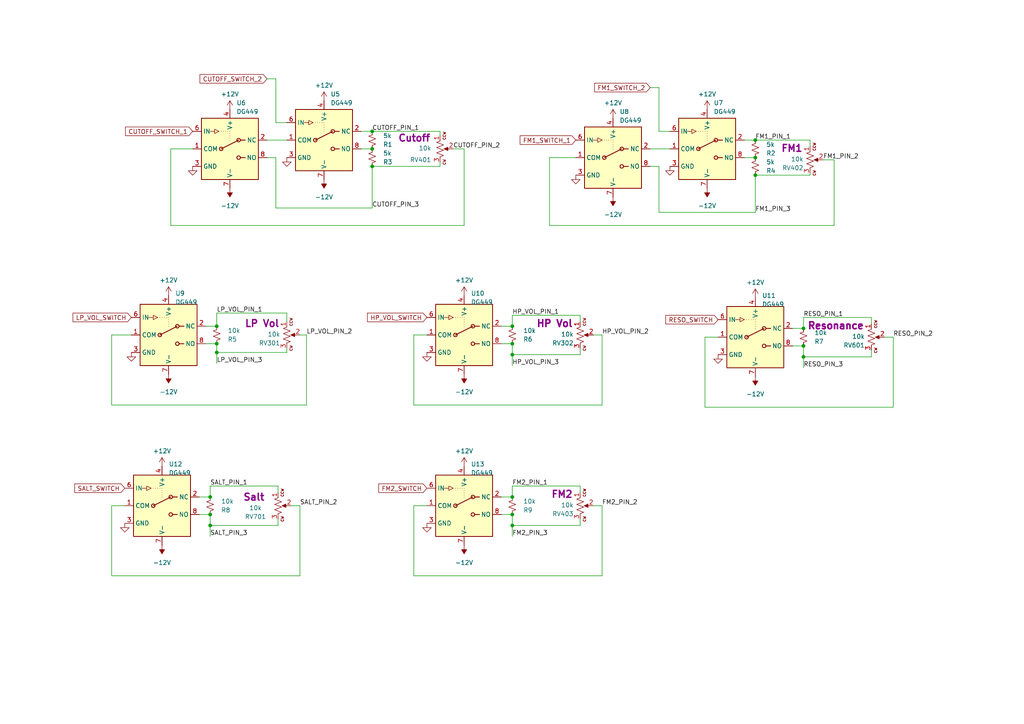
<source format=kicad_sch>
(kicad_sch (version 20250114) (generator "eeschema") (generator_version "9.0")
  (paper "A4")
  (lib_symbols
    (symbol "Device:R_Small_US" (pin_numbers (hide yes)) (pin_names (offset 0.254) (hide yes))
      (property "Reference" "R" (at 0.762 0.508 0))
      (property "Value" "R_Small_US" (at 0.762 -1.016 0))
      (symbol "R_Small_US_1_1"
        (polyline (pts (xy 0 1.524) (xy 1.016 1.143) (xy 0 0.762) (xy -1.016 0.381) (xy 0 0)))
        (polyline (pts (xy 0 0) (xy 1.016 -0.381) (xy 0 -0.762) (xy -1.016 -1.143) (xy 0 -1.524)))
        (pin passive line (at 0 2.54 270) (length 1.016) (name "~") (number "1"))
        (pin passive line (at 0 -2.54 90) (length 1.016) (name "~") (number "2"))
      )
    )
    (symbol "power:+12V" (power) (pin_names (offset 0))
      (property "Value" "+12V" (at 0 3.556 0))
      (symbol "+12V_0_1"
        (polyline (pts (xy -0.762 1.27) (xy 0 2.54)))
        (polyline (pts (xy 0 2.54) (xy 0.762 1.27)))
        (polyline (pts (xy 0 0) (xy 0 2.54)))
      )
      (symbol "+12V_1_1"
        (pin power_in line (at 0 0 90) (length 0) (hide yes) (name "+12V") (number "1"))
      )
    )
    (symbol "power:-12V" (power) (pin_names (offset 0))
      (property "Value" "-12V" (at 0 3.81 0))
      (symbol "-12V_0_0"
        (pin power_in line (at 0 0 90) (length 0) (hide yes) (name "-12V") (number "1"))
      )
      (symbol "-12V_0_1"
        (polyline (pts (xy 0 0) (xy 0 1.27) (xy 0.762 1.27) (xy 0 2.54) (xy -0.762 1.27) (xy 0 1.27)) (fill (type outline)))
      )
    )
    (symbol "power:GND" (power) (pin_names (offset 0))
      (property "Value" "GND" (at 0 -3.81 0))
      (symbol "GND_0_1"
        (polyline (pts (xy 0 0) (xy 0 -1.27) (xy 1.27 -1.27) (xy 0 -2.54) (xy -1.27 -1.27) (xy 0 -1.27)))
      )
      (symbol "GND_1_1"
        (pin power_in line (at 0 0 270) (length 0) (hide yes) (name "GND") (number "1"))
      )
    )
    (symbol "winterbloom:DG449"
      (property "Reference" "U" (at 1.905 12.065 0))
      (property "Value" "DG449" (at 1.905 10.16 0))
      (symbol "DG449_0_0"
        (pin input line (at -10.795 5.08 0) (length 2.54) (name "IN") (number "6"))
        (pin passive line (at -10.795 0 0) (length 2.54) (name "COM") (number "1"))
        (pin power_in line (at -10.795 -5.08 0) (length 2.54) (name "GND") (number "3"))
        (pin power_in line (at 0 11.43 270) (length 2.54) (name "V+") (number "4"))
        (pin power_in line (at 0 -11.43 90) (length 2.54) (name "V-") (number "7"))
        (pin passive line (at 10.795 2.54 180) (length 2.54) (name "NC") (number "2"))
        (pin input line (at 10.795 -2.54 180) (length 2.54) (name "NO") (number "8"))
      )
      (symbol "DG449_0_1"
        (circle (center -2.54 0) (radius 0.508) (stroke (width 0.254)))
        (polyline (pts (xy -2.54 0) (xy 2.54 2.54)) (stroke (width 0.254)))
        (circle (center 2.54 2.54) (radius 0.508) (stroke (width 0.254)))
        (circle (center 2.54 -2.54) (radius 0.508) (stroke (width 0.254)))
        (polyline (pts (xy 3.048 2.54) (xy 4.445 2.54)) (stroke (width 0.254)))
        (polyline (pts (xy 3.048 -2.54) (xy 4.445 -2.54)) (stroke (width 0.254)))
      )
      (symbol "DG449_1_0"
        (pin no_connect line (at 0.635 0 0) (length 2.54) (hide yes) (name "") (number "5"))
      )
      (symbol "DG449_1_1"
        (rectangle (start -8.255 8.89) (end 8.255 -8.89) (stroke (width 0.254)) (fill (type background)))
        (polyline (pts (xy -4.445 5.08) (xy -5.715 5.08)))
        (polyline (pts (xy -4.445 4.445) (xy -4.445 5.715) (xy -3.175 5.08) (xy -4.445 4.445)))
        (polyline (pts (xy -3.175 5.08) (xy 0 5.08) (xy 0 1.905)) (stroke (width 0) (type dot)))
      )
    )
    (symbol "winterbloom:Eurorack_Pot" (pin_names (offset 1.016) (hide yes))
      (property "Reference" "RV" (at 0 4.445 0))
      (property "Value" "Eurorack_Pot" (at 0 2.54 0))
      (symbol "Eurorack_Pot_0_0"
        (text "CCW" (at -3.81 -1.27 0) (effects (font (size 0.762 0.762))))
        (text "CW" (at 3.81 -1.27 0) (effects (font (size 0.762 0.762))))
      )
      (symbol "Eurorack_Pot_0_1"
        (polyline (pts (xy -2.286 0) (xy -2.54 0)))
        (polyline (pts (xy -0.762 0) (xy -1.143 -1.016) (xy -1.524 0) (xy -1.905 1.016) (xy -2.286 0)))
        (polyline (pts (xy 0 -1.143) (xy 0.508 -2.286) (xy -0.508 -2.286) (xy 0 -1.143)) (fill (type outline)))
        (polyline (pts (xy 0 -2.54) (xy 0 -1.524)))
        (polyline (pts (xy 0.762 0) (xy 0.381 -1.016) (xy 0 0) (xy -0.381 1.016) (xy -0.762 0)))
        (polyline (pts (xy 2.286 0) (xy 1.905 -1.016) (xy 1.524 0) (xy 1.143 1.016) (xy 0.762 0)))
        (polyline (pts (xy 2.54 0) (xy 2.286 0)))
      )
      (symbol "Eurorack_Pot_1_1"
        (pin passive line (at -3.81 0 0) (length 1.27) (name "1") (number "1"))
        (pin passive line (at 0 -3.81 90) (length 1.27) (name "2") (number "2"))
        (pin passive line (at 3.81 0 180) (length 1.27) (name "3") (number "3"))
      )
    )
  )
  (junction (at 148.59 94.615))
  (junction (at 60.96 152.4))
  (junction (at 107.95 38.1))
  (junction (at 219.075 40.64))
  (junction (at 107.95 43.18))
  (junction (at 219.075 45.72))
  (junction (at 148.59 152.4))
  (junction (at 60.96 144.145))
  (junction (at 148.59 99.695))
  (junction (at 107.95 48.26))
  (junction (at 148.59 149.225))
  (junction (at 62.865 94.615))
  (junction (at 60.96 149.225))
  (junction (at 219.075 50.8))
  (junction (at 148.59 144.145))
  (junction (at 233.045 95.25))
  (junction (at 62.865 99.695))
  (junction (at 62.865 102.235))
  (junction (at 233.045 100.33))
  (junction (at 233.045 103.505))
  (junction (at 148.59 102.87))
  (wire (pts (xy 148.59 152.4) (xy 148.59 155.575)))
  (wire (pts (xy 62.865 102.235) (xy 62.865 105.41)))
  (wire (pts (xy 256.54 97.79) (xy 259.08 97.79)))
  (wire (pts (xy 168.275 140.97) (xy 148.59 140.97)))
  (wire (pts (xy 188.595 25.4) (xy 191.135 25.4)))
  (wire (pts (xy 86.995 167.005) (xy 32.385 167.005)))
  (wire (pts (xy 167.005 45.72) (xy 159.385 45.72)))
  (wire (pts (xy 204.47 97.79) (xy 208.28 97.79)))
  (wire (pts (xy 120.015 97.155) (xy 123.825 97.155)))
  (wire (pts (xy 241.935 65.405) (xy 241.935 46.355)))
  (wire (pts (xy 148.59 149.225) (xy 148.59 152.4)))
  (wire (pts (xy 59.69 94.615) (xy 62.865 94.615)))
  (wire (pts (xy 159.385 45.72) (xy 159.385 65.405)))
  (wire (pts (xy 57.785 144.145) (xy 60.96 144.145)))
  (wire (pts (xy 104.775 38.1) (xy 107.95 38.1)))
  (wire (pts (xy 219.075 61.595) (xy 191.135 61.595)))
  (wire (pts (xy 204.47 118.11) (xy 204.47 97.79)))
  (wire (pts (xy 252.73 92.075) (xy 233.045 92.075)))
  (wire (pts (xy 80.01 60.325) (xy 80.01 45.72)))
  (wire (pts (xy 233.045 103.505) (xy 252.73 103.505)))
  (wire (pts (xy 168.275 152.4) (xy 168.275 150.495)))
  (wire (pts (xy 107.95 38.1) (xy 127.635 38.1)))
  (wire (pts (xy 219.075 40.64) (xy 234.95 40.64)))
  (wire (pts (xy 120.015 167.005) (xy 120.015 146.685)))
  (wire (pts (xy 107.95 48.26) (xy 107.95 60.325)))
  (wire (pts (xy 49.53 65.405) (xy 134.62 65.405)))
  (wire (pts (xy 32.385 167.005) (xy 32.385 146.685)))
  (wire (pts (xy 215.9 40.64) (xy 219.075 40.64)))
  (wire (pts (xy 233.045 103.505) (xy 233.045 106.68)))
  (wire (pts (xy 134.62 43.18) (xy 131.445 43.18)))
  (wire (pts (xy 174.625 117.475) (xy 120.015 117.475)))
  (wire (pts (xy 83.185 102.235) (xy 83.185 100.965)))
  (wire (pts (xy 145.415 144.145) (xy 148.59 144.145)))
  (wire (pts (xy 83.185 90.805) (xy 62.865 90.805)))
  (wire (pts (xy 80.01 45.72) (xy 77.47 45.72)))
  (wire (pts (xy 88.9 117.475) (xy 32.385 117.475)))
  (wire (pts (xy 107.95 48.26) (xy 127.635 48.26)))
  (wire (pts (xy 233.045 92.075) (xy 233.045 95.25)))
  (wire (pts (xy 107.95 60.325) (xy 80.01 60.325)))
  (wire (pts (xy 168.275 93.345) (xy 168.275 91.44)))
  (wire (pts (xy 172.085 97.155) (xy 174.625 97.155)))
  (wire (pts (xy 80.645 142.875) (xy 80.645 140.97)))
  (wire (pts (xy 233.045 100.33) (xy 233.045 103.505)))
  (wire (pts (xy 229.87 95.25) (xy 233.045 95.25)))
  (wire (pts (xy 174.625 97.155) (xy 174.625 117.475)))
  (wire (pts (xy 80.645 152.4) (xy 80.645 150.495)))
  (wire (pts (xy 59.69 99.695) (xy 62.865 99.695)))
  (wire (pts (xy 77.47 40.64) (xy 83.185 40.64)))
  (wire (pts (xy 174.625 146.685) (xy 174.625 167.005)))
  (wire (pts (xy 88.9 97.155) (xy 88.9 117.475)))
  (wire (pts (xy 60.96 140.97) (xy 60.96 144.145)))
  (wire (pts (xy 234.95 40.64) (xy 234.95 42.545)))
  (wire (pts (xy 172.085 146.685) (xy 174.625 146.685)))
  (wire (pts (xy 148.59 140.97) (xy 148.59 144.145)))
  (wire (pts (xy 191.135 48.26) (xy 188.595 48.26)))
  (wire (pts (xy 86.995 146.685) (xy 86.995 167.005)))
  (wire (pts (xy 229.87 100.33) (xy 233.045 100.33)))
  (wire (pts (xy 252.73 93.98) (xy 252.73 92.075)))
  (wire (pts (xy 57.785 149.225) (xy 60.96 149.225)))
  (wire (pts (xy 259.08 118.11) (xy 204.47 118.11)))
  (wire (pts (xy 145.415 94.615) (xy 148.59 94.615)))
  (wire (pts (xy 174.625 167.005) (xy 120.015 167.005)))
  (wire (pts (xy 83.185 93.345) (xy 83.185 90.805)))
  (wire (pts (xy 60.96 152.4) (xy 80.645 152.4)))
  (wire (pts (xy 62.865 102.235) (xy 83.185 102.235)))
  (wire (pts (xy 120.015 146.685) (xy 123.825 146.685)))
  (wire (pts (xy 120.015 117.475) (xy 120.015 97.155)))
  (wire (pts (xy 148.59 152.4) (xy 168.275 152.4)))
  (wire (pts (xy 259.08 97.79) (xy 259.08 118.11)))
  (wire (pts (xy 32.385 97.155) (xy 38.1 97.155)))
  (wire (pts (xy 148.59 102.87) (xy 168.275 102.87)))
  (wire (pts (xy 60.96 152.4) (xy 60.96 155.575)))
  (wire (pts (xy 219.075 50.8) (xy 234.95 50.8)))
  (wire (pts (xy 104.775 43.18) (xy 107.95 43.18)))
  (wire (pts (xy 145.415 149.225) (xy 148.59 149.225)))
  (wire (pts (xy 32.385 117.475) (xy 32.385 97.155)))
  (wire (pts (xy 215.9 45.72) (xy 219.075 45.72)))
  (wire (pts (xy 80.01 22.86) (xy 80.01 35.56)))
  (wire (pts (xy 168.275 91.44) (xy 148.59 91.44)))
  (wire (pts (xy 188.595 43.18) (xy 194.31 43.18)))
  (wire (pts (xy 148.59 91.44) (xy 148.59 94.615)))
  (wire (pts (xy 86.995 97.155) (xy 88.9 97.155)))
  (wire (pts (xy 60.96 149.225) (xy 60.96 152.4)))
  (wire (pts (xy 80.01 35.56) (xy 83.185 35.56)))
  (wire (pts (xy 62.865 99.695) (xy 62.865 102.235)))
  (wire (pts (xy 148.59 99.695) (xy 148.59 102.87)))
  (wire (pts (xy 168.275 142.875) (xy 168.275 140.97)))
  (wire (pts (xy 127.635 38.1) (xy 127.635 39.37)))
  (wire (pts (xy 241.935 46.355) (xy 238.76 46.355)))
  (wire (pts (xy 159.385 65.405) (xy 241.935 65.405)))
  (wire (pts (xy 134.62 65.405) (xy 134.62 43.18)))
  (wire (pts (xy 219.075 50.8) (xy 219.075 61.595)))
  (wire (pts (xy 84.455 146.685) (xy 86.995 146.685)))
  (wire (pts (xy 55.88 43.18) (xy 49.53 43.18)))
  (wire (pts (xy 80.645 140.97) (xy 60.96 140.97)))
  (wire (pts (xy 77.47 22.86) (xy 80.01 22.86)))
  (wire (pts (xy 168.275 102.87) (xy 168.275 100.965)))
  (wire (pts (xy 191.135 38.1) (xy 194.31 38.1)))
  (wire (pts (xy 191.135 61.595) (xy 191.135 48.26)))
  (wire (pts (xy 49.53 43.18) (xy 49.53 65.405)))
  (wire (pts (xy 148.59 102.87) (xy 148.59 106.045)))
  (wire (pts (xy 191.135 25.4) (xy 191.135 38.1)))
  (wire (pts (xy 32.385 146.685) (xy 36.195 146.685)))
  (wire (pts (xy 145.415 99.695) (xy 148.59 99.695)))
  (wire (pts (xy 234.95 50.165) (xy 234.95 50.8)))
  (wire (pts (xy 62.865 90.805) (xy 62.865 94.615)))
  (wire (pts (xy 252.73 103.505) (xy 252.73 101.6)))
  (wire (pts (xy 127.635 46.99) (xy 127.635 48.26)))
  (label "FM2_PIN_3" (at 148.59 155.575 0))
  (label "HP_VOL_PIN_2" (at 174.625 97.155 0))
  (label "FM2_PIN_1" (at 148.59 140.97 0))
  (label "HP_VOL_PIN_3" (at 148.59 106.045 0))
  (label "CUTOFF_PIN_3" (at 107.95 60.325 0))
  (label "RESO_PIN_2" (at 259.08 97.79 0))
  (label "SALT_PIN_3" (at 60.96 155.575 0))
  (label "FM1_PIN_3" (at 219.075 61.595 0))
  (label "SALT_PIN_2" (at 86.995 146.685 0))
  (label "FM1_PIN_1" (at 219.075 40.64 0))
  (label "HP_VOL_PIN_1" (at 148.59 91.44 0))
  (label "RESO_PIN_3" (at 233.045 106.68 0))
  (label "LP_VOL_PIN_2" (at 88.9 97.155 0))
  (label "RESO_PIN_1" (at 233.045 92.075 0))
  (label "CUTOFF_PIN_1" (at 107.95 38.1 0))
  (label "FM1_PIN_2" (at 238.76 46.355 0))
  (label "CUTOFF_PIN_2" (at 131.445 43.18 0))
  (label "LP_VOL_PIN_3" (at 62.865 105.41 0))
  (label "LP_VOL_PIN_1" (at 62.865 90.805 0))
  (label "SALT_PIN_1" (at 60.96 140.97 0))
  (label "FM2_PIN_2" (at 174.625 146.685 0))
  (global_label "HP_VOL_SWITCH" (shape input) (at 123.825 92.075 180) (property "Intersheetrefs" "${INTERSHEET_REFS}" (effects (hide yes))))
  (global_label "CUTOFF_SWITCH_1" (shape input) (at 55.88 38.1 180) (property "Intersheetrefs" "${INTERSHEET_REFS}" (effects (hide yes))))
  (global_label "CUTOFF_SWITCH_2" (shape input) (at 77.47 22.86 180) (property "Intersheetrefs" "${INTERSHEET_REFS}" (effects (hide yes))))
  (global_label "FM1_SWITCH_1" (shape input) (at 167.005 40.64 180) (property "Intersheetrefs" "${INTERSHEET_REFS}" (effects (hide yes))))
  (global_label "FM2_SWITCH" (shape input) (at 123.825 141.605 180) (property "Intersheetrefs" "${INTERSHEET_REFS}" (effects (hide yes))))
  (global_label "RESO_SWITCH" (shape input) (at 208.28 92.71 180) (property "Intersheetrefs" "${INTERSHEET_REFS}" (effects (hide yes))))
  (global_label "FM1_SWITCH_2" (shape input) (at 188.595 25.4 180) (property "Intersheetrefs" "${INTERSHEET_REFS}" (effects (hide yes))))
  (global_label "LP_VOL_SWITCH" (shape input) (at 38.1 92.075 180) (property "Intersheetrefs" "${INTERSHEET_REFS}" (effects (hide yes))))
  (global_label "SALT_SWITCH" (shape input) (at 36.195 141.605 180) (property "Intersheetrefs" "${INTERSHEET_REFS}" (effects (hide yes))))
  (symbol (lib_id "power:-12V") (at 134.62 158.115 180) (unit 1)
    (property "Reference" "#PWR0233" (effects (hide yes)))
    (property "Value" "-12V" (at 134.62 163.195 0))
    (instances (project "hubble-lens" (path "" (reference "#PWR0233") (unit 1))) (project "helium-testkit" (path "" (reference "#PWR0162") (unit 1))))
  )
  (symbol (lib_id "power:+12V") (at 177.8 34.29 0) (unit 1)
    (property "Reference" "#PWR0204" (effects (hide yes)))
    (property "Value" "+12V" (at 177.8 29.845 0))
    (instances (project "hubble-lens" (path "" (reference "#PWR0204") (unit 1))) (project "helium-testkit" (path "" (reference "#PWR0161") (unit 1))))
  )
  (symbol (lib_id "power:GND") (at 55.88 48.26 0) (unit 1)
    (property "Reference" "#PWR0206" (effects (hide yes)))
    (property "Value" "GND" (effects (hide yes)))
    (instances (project "hubble-lens" (path "" (reference "#PWR0206") (unit 1))) (project "helium-testkit" (path "" (reference "#PWR0163") (unit 1))))
  )
  (symbol (lib_id "power:GND") (at 123.825 151.765 0) (unit 1)
    (property "Reference" "#PWR0232" (effects (hide yes)))
    (property "Value" "GND" (effects (hide yes)))
    (instances (project "hubble-lens" (path "" (reference "#PWR0232") (unit 1))) (project "helium-testkit" (path "" (reference "#PWR0163") (unit 1))))
  )
  (symbol (lib_id "winterbloom:DG449") (at 46.99 146.685 0) (unit 1)
    (property "Reference" "U12" (at 48.9459 134.62 0) (effects (justify left)))
    (property "Value" "DG449" (at 48.9459 137.16 0) (effects (justify left)))
    (property "Footprint" "winterbloom:Vishay_SOT-23_8" (effects (hide yes)))
    (property "Datasheet" "https://www.vishay.com/docs/73897/dg449.pdf" (effects (hide yes)))
  )
  (symbol (lib_id "winterbloom:DG449") (at 134.62 97.155 0) (unit 1)
    (property "Reference" "U10" (at 136.5759 85.09 0) (effects (justify left)))
    (property "Value" "DG449" (at 136.5759 87.63 0) (effects (justify left)))
    (property "Footprint" "winterbloom:Vishay_SOT-23_8" (effects (hide yes)))
    (property "Datasheet" "https://www.vishay.com/docs/73897/dg449.pdf" (effects (hide yes)))
  )
  (symbol (lib_id "power:GND") (at 194.31 48.26 0) (unit 1)
    (property "Reference" "#PWR0207" (effects (hide yes)))
    (property "Value" "GND" (effects (hide yes)))
    (instances (project "hubble-lens" (path "" (reference "#PWR0207") (unit 1))) (project "helium-testkit" (path "" (reference "#PWR0163") (unit 1))))
  )
  (symbol (lib_id "power:GND") (at 38.1 102.235 0) (unit 1)
    (property "Reference" "#PWR0215" (effects (hide yes)))
    (property "Value" "GND" (effects (hide yes)))
    (instances (project "hubble-lens" (path "" (reference "#PWR0215") (unit 1))) (project "helium-testkit" (path "" (reference "#PWR0163") (unit 1))))
  )
  (symbol (lib_id "power:+12V") (at 134.62 135.255 0) (unit 1)
    (property "Reference" "#PWR0231" (effects (hide yes)))
    (property "Value" "+12V" (at 134.62 130.81 0))
    (instances (project "hubble-lens" (path "" (reference "#PWR0231") (unit 1))) (project "helium-testkit" (path "" (reference "#PWR0161") (unit 1))))
  )
  (symbol (lib_id "Device:R_Small_US") (at 219.075 43.18 0) (mirror x) (unit 1)
    (property "Reference" "R2" (at 222.25 44.45 0) (effects (justify left)))
    (property "Value" "5k" (at 222.25 41.91 0) (effects (justify left)))
    (property "Footprint" "winterbloom:R_0603_HandSolder" (effects (hide yes)))
  )
  (symbol (lib_id "winterbloom:DG449") (at 93.98 40.64 0) (unit 1)
    (property "Reference" "U5" (at 95.885 27.305 0) (effects (justify left)))
    (property "Value" "DG449" (at 95.885 29.845 0) (effects (justify left)))
    (property "Footprint" "winterbloom:Vishay_SOT-23_8" (effects (hide yes)))
    (property "Datasheet" "https://www.vishay.com/docs/73897/dg449.pdf" (effects (hide yes)))
  )
  (symbol (lib_id "power:-12V") (at 93.98 52.07 180) (unit 1)
    (property "Reference" "#PWR0209" (effects (hide yes)))
    (property "Value" "-12V" (at 93.98 57.15 0))
    (instances (project "hubble-lens" (path "" (reference "#PWR0209") (unit 1))) (project "helium-testkit" (path "" (reference "#PWR0162") (unit 1))))
  )
  (symbol (lib_id "winterbloom:Eurorack_Pot") (at 168.275 146.685 90) (mirror x) (unit 1)
    (property "Reference" "RV403" (at 166.37 149.0346 90) (effects (justify left)))
    (property "Value" "10k" (at 166.37 146.4946 90) (effects (justify left)))
    (property "Footprint" "winterbloom:Potentiometer_Alpha_R0904N" (effects (hide yes)))
    (property "Datasheet" "https://www.thonk.co.uk/wp-content/uploads/Documents/alpha/9mm/Alpha%209mm%20Vertical%20-%20Linear%20Taper%20B1K-B500K.pdf" (effects (hide yes)))
    (property "MPN" "https://www.thonk.co.uk/shop/alpha-9mm-pots/" (effects (hide yes)))
    (property "Notes" "6.35 mm round shaft, 15 mm height" (effects (hide yes)))
    (property "Rating" "B10k" (effects (hide yes)))
    (property "Name" "FM2" (at 166.37 143.3196 90) (effects (font (size 2 2) (bold yes)) (justify left)))
    (instances (project "hubble-lens" (path "" (reference "RV403") (unit 1))) (project "mainboard" (path "" (reference "RV?") (unit 1))) (project "mainboard" (path "" (reference "RV?") (unit 1)) (path "" (reference "RV403") (unit 1)) (path "" (reference "RV?") (unit 1))))
  )
  (symbol (lib_id "power:-12V") (at 177.8 57.15 180) (unit 1)
    (property "Reference" "#PWR0212" (effects (hide yes)))
    (property "Value" "-12V" (at 177.8 62.23 0))
    (instances (project "hubble-lens" (path "" (reference "#PWR0212") (unit 1))) (project "helium-testkit" (path "" (reference "#PWR0162") (unit 1))))
  )
  (symbol (lib_id "power:+12V") (at 205.105 31.75 0) (unit 1)
    (property "Reference" "#PWR0203" (effects (hide yes)))
    (property "Value" "+12V" (at 205.105 27.305 0))
    (instances (project "hubble-lens" (path "" (reference "#PWR0203") (unit 1))) (project "helium-testkit" (path "" (reference "#PWR0161") (unit 1))))
  )
  (symbol (lib_id "power:-12V") (at 219.075 109.22 180) (unit 1)
    (property "Reference" "#PWR0230" (effects (hide yes)))
    (property "Value" "-12V" (at 219.075 114.3 0))
    (instances (project "hubble-lens" (path "" (reference "#PWR0230") (unit 1))) (project "helium-testkit" (path "" (reference "#PWR0162") (unit 1))))
  )
  (symbol (lib_id "Device:R_Small_US") (at 233.045 97.79 0) (mirror x) (unit 1)
    (property "Reference" "R7" (at 236.22 99.06 0) (effects (justify left)))
    (property "Value" "10k" (at 236.22 96.52 0) (effects (justify left)))
    (property "Footprint" "winterbloom:R_0603_HandSolder" (effects (hide yes)))
  )
  (symbol (lib_id "winterbloom:DG449") (at 177.8 45.72 0) (unit 1)
    (property "Reference" "U8" (at 179.705 32.385 0) (effects (justify left)))
    (property "Value" "DG449" (at 179.705 34.925 0) (effects (justify left)))
    (property "Footprint" "winterbloom:Vishay_SOT-23_8" (effects (hide yes)))
    (property "Datasheet" "https://www.vishay.com/docs/73897/dg449.pdf" (effects (hide yes)))
  )
  (symbol (lib_id "power:-12V") (at 205.105 54.61 180) (unit 1)
    (property "Reference" "#PWR0211" (effects (hide yes)))
    (property "Value" "-12V" (at 205.105 59.69 0))
    (instances (project "hubble-lens" (path "" (reference "#PWR0211") (unit 1))) (project "helium-testkit" (path "" (reference "#PWR0162") (unit 1))))
  )
  (symbol (lib_id "Device:R_Small_US") (at 219.075 48.26 0) (mirror x) (unit 1)
    (property "Reference" "R4" (at 222.25 49.53 0) (effects (justify left)))
    (property "Value" "5k" (at 222.25 46.99 0) (effects (justify left)))
    (property "Footprint" "winterbloom:R_0603_HandSolder" (effects (hide yes)))
  )
  (symbol (lib_id "Device:R_Small_US") (at 148.59 146.685 0) (mirror x) (unit 1)
    (property "Reference" "R9" (at 151.765 147.955 0) (effects (justify left)))
    (property "Value" "10k" (at 151.765 145.415 0) (effects (justify left)))
    (property "Footprint" "winterbloom:R_0603_HandSolder" (effects (hide yes)))
  )
  (symbol (lib_id "power:+12V") (at 46.99 135.255 0) (unit 1)
    (property "Reference" "#PWR0219" (effects (hide yes)))
    (property "Value" "+12V" (at 46.99 130.81 0))
    (instances (project "hubble-lens" (path "" (reference "#PWR0219") (unit 1))) (project "helium-testkit" (path "" (reference "#PWR0161") (unit 1))))
  )
  (symbol (lib_id "power:-12V") (at 134.62 108.585 180) (unit 1)
    (property "Reference" "#PWR0218" (effects (hide yes)))
    (property "Value" "-12V" (at 134.62 113.665 0))
    (instances (project "hubble-lens" (path "" (reference "#PWR0218") (unit 1))) (project "helium-testkit" (path "" (reference "#PWR0162") (unit 1))))
  )
  (symbol (lib_id "power:GND") (at 83.185 45.72 0) (unit 1)
    (property "Reference" "#PWR0205" (effects (hide yes)))
    (property "Value" "GND" (effects (hide yes)))
    (instances (project "hubble-lens" (path "" (reference "#PWR0205") (unit 1))) (project "helium-testkit" (path "" (reference "#PWR0163") (unit 1))))
  )
  (symbol (lib_id "power:GND") (at 36.195 151.765 0) (unit 1)
    (property "Reference" "#PWR0222" (effects (hide yes)))
    (property "Value" "GND" (effects (hide yes)))
    (instances (project "hubble-lens" (path "" (reference "#PWR0222") (unit 1))) (project "helium-testkit" (path "" (reference "#PWR0163") (unit 1))))
  )
  (symbol (lib_id "power:-12V") (at 66.675 54.61 180) (unit 1)
    (property "Reference" "#PWR0210" (effects (hide yes)))
    (property "Value" "-12V" (at 66.675 59.69 0))
    (instances (project "hubble-lens" (path "" (reference "#PWR0210") (unit 1))) (project "helium-testkit" (path "" (reference "#PWR0162") (unit 1))))
  )
  (symbol (lib_id "power:GND") (at 208.28 102.87 0) (unit 1)
    (property "Reference" "#PWR0229" (effects (hide yes)))
    (property "Value" "GND" (effects (hide yes)))
    (instances (project "hubble-lens" (path "" (reference "#PWR0229") (unit 1))) (project "helium-testkit" (path "" (reference "#PWR0163") (unit 1))))
  )
  (symbol (lib_id "winterbloom:Eurorack_Pot") (at 127.635 43.18 90) (mirror x) (unit 1)
    (property "Reference" "RV401" (at 125.095 46.355 90) (effects (justify left)))
    (property "Value" "10k" (at 125.095 42.9895 90) (effects (justify left)))
    (property "Footprint" "winterbloom:Potentiometer_Alpha_R0904N" (effects (hide yes)))
    (property "Datasheet" "https://www.thonk.co.uk/wp-content/uploads/Documents/alpha/9mm/Alpha%209mm%20Vertical%20-%20Linear%20Taper%20B1K-B500K.pdf" (effects (hide yes)))
    (property "MPN" "https://www.thonk.co.uk/shop/alpha-9mm-pots/" (effects (hide yes)))
    (property "Notes" "6.35 mm round shaft, 15 mm height" (effects (hide yes)))
    (property "Rating" "B10k" (effects (hide yes)))
    (property "Name" "Cutoff" (at 125.095 40.005 90) (effects (font (size 2 2) (bold yes)) (justify left)))
    (instances (project "hubble-lens" (path "" (reference "RV401") (unit 1))) (project "mainboard" (path "" (reference "RV?") (unit 1))) (project "mainboard" (path "" (reference "RV?") (unit 1)) (path "" (reference "RV401") (unit 1)) (path "" (reference "RV?") (unit 1))))
  )
  (symbol (lib_id "Device:R_Small_US") (at 62.865 97.155 0) (mirror x) (unit 1)
    (property "Reference" "R5" (at 66.04 98.425 0) (effects (justify left)))
    (property "Value" "10k" (at 66.04 95.885 0) (effects (justify left)))
    (property "Footprint" "winterbloom:R_0603_HandSolder" (effects (hide yes)))
  )
  (symbol (lib_id "winterbloom:DG449") (at 66.675 43.18 0) (unit 1)
    (property "Reference" "U6" (at 68.58 29.845 0) (effects (justify left)))
    (property "Value" "DG449" (at 68.58 32.385 0) (effects (justify left)))
    (property "Footprint" "winterbloom:Vishay_SOT-23_8" (effects (hide yes)))
    (property "Datasheet" "https://www.vishay.com/docs/73897/dg449.pdf" (effects (hide yes)))
  )
  (symbol (lib_id "power:+12V") (at 48.895 85.725 0) (unit 1)
    (property "Reference" "#PWR0213" (effects (hide yes)))
    (property "Value" "+12V" (at 48.895 81.28 0))
    (instances (project "hubble-lens" (path "" (reference "#PWR0213") (unit 1))) (project "helium-testkit" (path "" (reference "#PWR0161") (unit 1))))
  )
  (symbol (lib_id "winterbloom:DG449") (at 134.62 146.685 0) (unit 1)
    (property "Reference" "U13" (at 136.5759 134.62 0) (effects (justify left)))
    (property "Value" "DG449" (at 136.5759 137.16 0) (effects (justify left)))
    (property "Footprint" "winterbloom:Vishay_SOT-23_8" (effects (hide yes)))
    (property "Datasheet" "https://www.vishay.com/docs/73897/dg449.pdf" (effects (hide yes)))
  )
  (symbol (lib_id "winterbloom:Eurorack_Pot") (at 83.185 97.155 90) (mirror x) (unit 1)
    (property "Reference" "RV301" (at 81.28 99.5046 90) (effects (justify left)))
    (property "Value" "10k" (at 81.28 96.9646 90) (effects (justify left)))
    (property "Footprint" "winterbloom:Potentiometer_Alpha_R0904N" (effects (hide yes)))
    (property "Datasheet" "https://www.thonk.co.uk/wp-content/uploads/Documents/alpha/9mm/Alpha%209mm%20Vertical%20-%20Linear%20Taper%20B1K-B500K.pdf" (effects (hide yes)))
    (property "MPN" "https://www.thonk.co.uk/shop/alpha-9mm-pots/" (effects (hide yes)))
    (property "Notes" "6.35 mm round shaft, 15 mm height" (effects (hide yes)))
    (property "Rating" "B10k" (effects (hide yes)))
    (property "Name" "LP Vol" (at 81.28 93.7896 90) (effects (font (size 2 2) (bold yes)) (justify left)))
    (instances (project "hubble-lens" (path "" (reference "RV301") (unit 1))) (project "mainboard" (path "" (reference "RV?") (unit 1))) (project "mainboard" (path "" (reference "RV?") (unit 1)) (path "" (reference "RV301") (unit 1))))
  )
  (symbol (lib_id "power:+12V") (at 93.98 29.21 0) (unit 1)
    (property "Reference" "#PWR0201" (effects (hide yes)))
    (property "Value" "+12V" (at 93.98 24.765 0))
    (instances (project "hubble-lens" (path "" (reference "#PWR0201") (unit 1))) (project "helium-testkit" (path "" (reference "#PWR0161") (unit 1))))
  )
  (symbol (lib_id "winterbloom:DG449") (at 219.075 97.79 0) (unit 1)
    (property "Reference" "U11" (at 221.0309 85.725 0) (effects (justify left)))
    (property "Value" "DG449" (at 221.0309 88.265 0) (effects (justify left)))
    (property "Footprint" "winterbloom:Vishay_SOT-23_8" (effects (hide yes)))
    (property "Datasheet" "https://www.vishay.com/docs/73897/dg449.pdf" (effects (hide yes)))
  )
  (symbol (lib_id "winterbloom:DG449") (at 48.895 97.155 0) (unit 1)
    (property "Reference" "U9" (at 50.8509 85.09 0) (effects (justify left)))
    (property "Value" "DG449" (at 50.8509 87.63 0) (effects (justify left)))
    (property "Footprint" "winterbloom:Vishay_SOT-23_8" (effects (hide yes)))
    (property "Datasheet" "https://www.vishay.com/docs/73897/dg449.pdf" (effects (hide yes)))
  )
  (symbol (lib_id "winterbloom:Eurorack_Pot") (at 234.95 46.355 90) (mirror x) (unit 1)
    (property "Reference" "RV402" (at 233.045 48.7046 90) (effects (justify left)))
    (property "Value" "10k" (at 233.045 46.1646 90) (effects (justify left)))
    (property "Footprint" "winterbloom:Potentiometer_Alpha_R0904N" (effects (hide yes)))
    (property "Datasheet" "https://www.thonk.co.uk/wp-content/uploads/Documents/alpha/9mm/Alpha%209mm%20Vertical%20-%20Linear%20Taper%20B1K-B500K.pdf" (effects (hide yes)))
    (property "MPN" "https://www.thonk.co.uk/shop/alpha-9mm-pots/" (effects (hide yes)))
    (property "Notes" "6.35 mm round shaft, 15 mm height" (effects (hide yes)))
    (property "Rating" "B10k" (effects (hide yes)))
    (property "Name" "FM1" (at 233.045 42.9896 90) (effects (font (size 2 2) (bold yes)) (justify left)))
    (instances (project "hubble-lens" (path "" (reference "RV402") (unit 1))) (project "mainboard" (path "" (reference "RV?") (unit 1))) (project "mainboard" (path "" (reference "RV?") (unit 1)) (path "" (reference "RV402") (unit 1)) (path "" (reference "RV?") (unit 1))))
  )
  (symbol (lib_id "winterbloom:Eurorack_Pot") (at 168.275 97.155 90) (mirror x) (unit 1)
    (property "Reference" "RV302" (at 166.37 99.5046 90) (effects (justify left)))
    (property "Value" "10k" (at 166.37 96.9646 90) (effects (justify left)))
    (property "Footprint" "winterbloom:Potentiometer_Alpha_R0904N" (effects (hide yes)))
    (property "Datasheet" "https://www.thonk.co.uk/wp-content/uploads/Documents/alpha/9mm/Alpha%209mm%20Vertical%20-%20Linear%20Taper%20B1K-B500K.pdf" (effects (hide yes)))
    (property "MPN" "https://www.thonk.co.uk/shop/alpha-9mm-pots/" (effects (hide yes)))
    (property "Notes" "6.35 mm round shaft, 15 mm height" (effects (hide yes)))
    (property "Rating" "B10k" (effects (hide yes)))
    (property "Name" "HP Vol" (at 166.37 93.7896 90) (effects (font (size 2 2) (bold yes)) (justify left)))
    (instances (project "hubble-lens" (path "" (reference "RV302") (unit 1))) (project "mainboard" (path "" (reference "RV?") (unit 1))) (project "mainboard" (path "" (reference "RV?") (unit 1)) (path "" (reference "RV302") (unit 1))))
  )
  (symbol (lib_id "Device:R_Small_US") (at 107.95 45.72 0) (mirror x) (unit 1)
    (property "Reference" "R3" (at 111.125 46.99 0) (effects (justify left)))
    (property "Value" "5k" (at 111.125 44.45 0) (effects (justify left)))
    (property "Footprint" "winterbloom:R_0603_HandSolder" (effects (hide yes)))
  )
  (symbol (lib_id "power:-12V") (at 48.895 108.585 180) (unit 1)
    (property "Reference" "#PWR0217" (effects (hide yes)))
    (property "Value" "-12V" (at 48.895 113.665 0))
    (instances (project "hubble-lens" (path "" (reference "#PWR0217") (unit 1))) (project "helium-testkit" (path "" (reference "#PWR0162") (unit 1))))
  )
  (symbol (lib_id "power:GND") (at 123.825 102.235 0) (unit 1)
    (property "Reference" "#PWR0216" (effects (hide yes)))
    (property "Value" "GND" (effects (hide yes)))
    (instances (project "hubble-lens" (path "" (reference "#PWR0216") (unit 1))) (project "helium-testkit" (path "" (reference "#PWR0163") (unit 1))))
  )
  (symbol (lib_id "power:+12V") (at 134.62 85.725 0) (unit 1)
    (property "Reference" "#PWR0214" (effects (hide yes)))
    (property "Value" "+12V" (at 134.62 81.28 0))
    (instances (project "hubble-lens" (path "" (reference "#PWR0214") (unit 1))) (project "helium-testkit" (path "" (reference "#PWR0161") (unit 1))))
  )
  (symbol (lib_id "Device:R_Small_US") (at 60.96 146.685 0) (mirror x) (unit 1)
    (property "Reference" "R8" (at 64.135 147.955 0) (effects (justify left)))
    (property "Value" "10k" (at 64.135 145.415 0) (effects (justify left)))
    (property "Footprint" "winterbloom:R_0603_HandSolder" (effects (hide yes)))
  )
  (symbol (lib_id "winterbloom:DG449") (at 205.105 43.18 0) (unit 1)
    (property "Reference" "U7" (at 207.01 29.845 0) (effects (justify left)))
    (property "Value" "DG449" (at 207.01 32.385 0) (effects (justify left)))
    (property "Footprint" "winterbloom:Vishay_SOT-23_8" (effects (hide yes)))
    (property "Datasheet" "https://www.vishay.com/docs/73897/dg449.pdf" (effects (hide yes)))
  )
  (symbol (lib_id "Device:R_Small_US") (at 148.59 97.155 0) (mirror x) (unit 1)
    (property "Reference" "R6" (at 151.765 98.425 0) (effects (justify left)))
    (property "Value" "10k" (at 151.765 95.885 0) (effects (justify left)))
    (property "Footprint" "winterbloom:R_0603_HandSolder" (effects (hide yes)))
  )
  (symbol (lib_id "power:-12V") (at 46.99 158.115 180) (unit 1)
    (property "Reference" "#PWR0225" (effects (hide yes)))
    (property "Value" "-12V" (at 46.99 163.195 0))
    (instances (project "hubble-lens" (path "" (reference "#PWR0225") (unit 1))) (project "helium-testkit" (path "" (reference "#PWR0162") (unit 1))))
  )
  (symbol (lib_id "Device:R_Small_US") (at 107.95 40.64 0) (mirror x) (unit 1)
    (property "Reference" "R1" (at 111.125 41.91 0) (effects (justify left)))
    (property "Value" "5k" (at 111.125 39.37 0) (effects (justify left)))
    (property "Footprint" "winterbloom:R_0603_HandSolder" (effects (hide yes)))
  )
  (symbol (lib_id "winterbloom:Eurorack_Pot") (at 80.645 146.685 90) (mirror x) (unit 1)
    (property "Reference" "RV701" (at 74.1045 149.86 90))
    (property "Value" "10k" (at 74.1045 147.32 90))
    (property "Footprint" "winterbloom:Potentiometer_Alpha_R0904N" (effects (hide yes)))
    (property "Datasheet" "https://www.thonk.co.uk/wp-content/uploads/Documents/alpha/9mm/Alpha%209mm%20Vertical%20-%20Linear%20Taper%20B1K-B500K.pdf" (effects (hide yes)))
    (property "MPN" "https://www.thonk.co.uk/shop/alpha-9mm-pots/" (effects (hide yes)))
    (property "Notes" "6.35 mm round shaft, 15 mm height" (effects (hide yes)))
    (property "Rating" "B10k" (effects (hide yes)))
    (property "Name" "Salt" (at 73.66 144.145 90) (effects (font (size 2 2) (bold yes))))
    (instances (project "hubble-lens" (path "" (reference "RV701") (unit 1))) (project "mainboard" (path "" (reference "RV?") (unit 1))) (project "mainboard" (path "" (reference "RV?") (unit 1)) (path "" (reference "RV701") (unit 1)) (path "" (reference "RV?") (unit 1)) (path "" (reference "RV?") (unit 1))))
  )
  (symbol (lib_id "power:GND") (at 167.005 50.8 0) (unit 1)
    (property "Reference" "#PWR0208" (effects (hide yes)))
    (property "Value" "GND" (effects (hide yes)))
    (instances (project "hubble-lens" (path "" (reference "#PWR0208") (unit 1))) (project "helium-testkit" (path "" (reference "#PWR0163") (unit 1))))
  )
  (symbol (lib_id "power:+12V") (at 219.075 86.36 0) (unit 1)
    (property "Reference" "#PWR0228" (effects (hide yes)))
    (property "Value" "+12V" (at 219.075 81.915 0))
    (instances (project "hubble-lens" (path "" (reference "#PWR0228") (unit 1))) (project "helium-testkit" (path "" (reference "#PWR0161") (unit 1))))
  )
  (symbol (lib_id "power:+12V") (at 66.675 31.75 0) (unit 1)
    (property "Reference" "#PWR0202" (effects (hide yes)))
    (property "Value" "+12V" (at 66.675 27.305 0))
    (instances (project "hubble-lens" (path "" (reference "#PWR0202") (unit 1))) (project "helium-testkit" (path "" (reference "#PWR0161") (unit 1))))
  )
  (symbol (lib_id "winterbloom:Eurorack_Pot") (at 252.73 97.79 90) (mirror x) (unit 1)
    (property "Reference" "RV601" (at 250.825 100.1396 90) (effects (justify left)))
    (property "Value" "10k" (at 250.825 97.5996 90) (effects (justify left)))
    (property "Footprint" "winterbloom:Potentiometer_Alpha_R0904N" (effects (hide yes)))
    (property "Datasheet" "https://www.thonk.co.uk/wp-content/uploads/Documents/alpha/9mm/Alpha%209mm%20Vertical%20-%20Linear%20Taper%20B1K-B500K.pdf" (effects (hide yes)))
    (property "MPN" "https://www.thonk.co.uk/shop/alpha-9mm-pots/" (effects (hide yes)))
    (property "Notes" "6.35 mm round shaft, 15 mm height" (effects (hide yes)))
    (property "Rating" "B10k" (effects (hide yes)))
    (property "Name" "Resonance" (at 250.825 94.4246 90) (effects (font (size 2 2) (bold yes)) (justify left)))
    (instances (project "hubble-lens" (path "" (reference "RV601") (unit 1))) (project "mainboard" (path "" (reference "RV?") (unit 1))) (project "mainboard" (path "" (reference "RV?") (unit 1)) (path "" (reference "RV?") (unit 1)) (path "" (reference "RV601") (unit 1))))
  )
)
</source>
